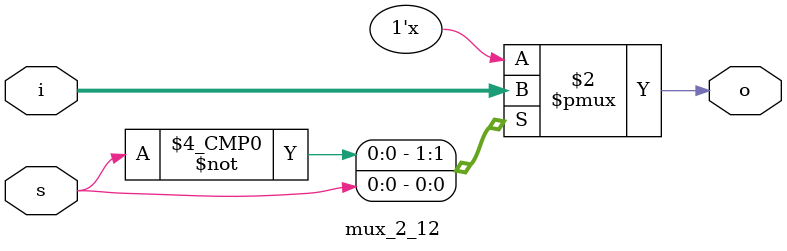
<source format=v>
`timescale 1ns / 1ps
module mux_2_12(
	input[0:1]i,
	input s,
	output reg o
    );

always @(s,i)
begin
		
case (s)
1'b0:o=i[0];
1'b1:o=i[1];
default :o=1'bx;
endcase
	 
end

endmodule

</source>
